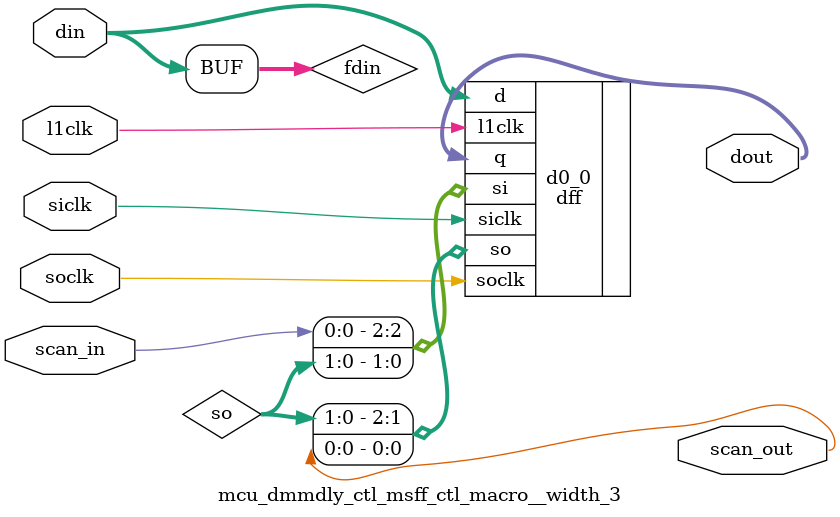
<source format=v>
module mcu_dmmdly_ctl (
  rrd_cnt_is_zero, 
  rtw_cnt_is_zero, 
  wtr_cnt_is_zero, 
  rtr_cnt_is_zero, 
  wtw_cnt_is_zero, 
  dmmdly_4_activate_stall, 
  rrd_reg, 
  rtw_reg, 
  wtr_reg, 
  faw_reg, 
  drif_rd_ras_picked, 
  drif_wr_ras_picked, 
  drif_wrbc_ras_picked, 
  fbdic_sync_frame_req_l, 
  l1clk, 
  scan_in, 
  scan_out, 
  tcu_aclk, 
  tcu_bclk, 
  tcu_scan_en);
wire siclk;
wire soclk;
wire se;
wire drif_ras_picked;
wire [3:0] rrd_cnt_next;
wire [3:0] rrd_cnt;
wire ff_rrd_cnt_scanin;
wire ff_rrd_cnt_scanout;
wire [3:0] rtw_cnt_next;
wire [3:0] rtw_cnt;
wire ff_rtw_cnt_scanin;
wire ff_rtw_cnt_scanout;
wire [3:0] wtr_cnt_next;
wire [3:0] wtr_cnt;
wire ff_wtr_cnt_scanin;
wire ff_wtr_cnt_scanout;
wire rtr_cnt_next;
wire dmmdly_rd_cas_picked;
wire rtr_cnt;
wire ff_rtr_cnt_scanin;
wire ff_rtr_cnt_scanout;
wire [1:0] wtw_cnt_next;
wire dmmdly_wr_cas_picked;
wire dmmdly_wrbc_cas_picked;
wire [1:0] wtw_cnt;
wire ff_wtw_cnt_scanin;
wire ff_wtw_cnt_scanout;
wire drif_activate_cmd;
wire [4:0] faw0_cnt_in;
wire faw0_cnt_is_zero;
wire [4:0] faw0_cnt;
wire ff_faw0_cnt_scanin;
wire ff_faw0_cnt_scanout;
wire [4:0] faw1_cnt_in;
wire faw1_cnt_is_zero;
wire [4:0] faw1_cnt;
wire ff_faw1_cnt_scanin;
wire ff_faw1_cnt_scanout;
wire [4:0] faw2_cnt_in;
wire faw2_cnt_is_zero;
wire [4:0] faw2_cnt;
wire ff_faw2_cnt_scanin;
wire ff_faw2_cnt_scanout;
wire [4:0] faw3_cnt_in;
wire faw3_cnt_is_zero;
wire [4:0] faw3_cnt;
wire ff_faw3_cnt_scanin;
wire ff_faw3_cnt_scanout;
wire ff_cas_picked_scanin;
wire ff_cas_picked_scanout;


output		rrd_cnt_is_zero;
output		rtw_cnt_is_zero;
output		wtr_cnt_is_zero;
output		rtr_cnt_is_zero;
output		wtw_cnt_is_zero;
output		dmmdly_4_activate_stall;

input	[3:0]	rrd_reg;
input	[3:0]	rtw_reg;
input	[3:0]	wtr_reg;
input	[4:0]	faw_reg;

input		drif_rd_ras_picked;
input		drif_wr_ras_picked;
input		drif_wrbc_ras_picked;

input 		fbdic_sync_frame_req_l;

input  		l1clk;
input		scan_in;
output		scan_out;
input 		tcu_aclk;
input		tcu_bclk;
input		tcu_scan_en;

assign siclk = tcu_aclk;
assign soclk = tcu_bclk;
assign se = tcu_scan_en;

assign drif_ras_picked = drif_rd_ras_picked | drif_wr_ras_picked;

// ras to ras (bankA to bankB) delay timer.
assign rrd_cnt_next[3:0] = drif_ras_picked & rrd_cnt_is_zero ? rrd_reg[3:0] - 4'h1 : 
				drif_wrbc_ras_picked & rrd_cnt_is_zero ? rrd_reg[3:0] : 
				(rrd_cnt[3:0] == 4'h0) ? 4'h0 : 
				fbdic_sync_frame_req_l ? rrd_cnt[3:0] - 4'h1 : rrd_cnt[3:0];

mcu_dmmdly_ctl_msff_ctl_macro__width_4	ff_rrd_cnt  (
        .scan_in(ff_rrd_cnt_scanin),
        .scan_out(ff_rrd_cnt_scanout),
        .din(rrd_cnt_next[3:0]),
        .dout(rrd_cnt[3:0]),
        .l1clk(l1clk),
  .siclk(siclk),
  .soclk(soclk));

assign rrd_cnt_is_zero = (rrd_cnt[3:0] == 4'h0);

// read to write cas to cas (bankA to bankA/bankB) delay timer for not clashing read and write data.
// If read is picked during cas assert rtw_cnt to regular cnt + rtw delay.
assign rtw_cnt_next[3:0] = drif_rd_ras_picked ? rtw_reg[3:0] : 
				(rtw_cnt[3:0] == 4'h0) ? 4'h0 : 
				fbdic_sync_frame_req_l ? rtw_cnt[3:0] - 4'h1 : rtw_cnt[3:0];

mcu_dmmdly_ctl_msff_ctl_macro__width_4      ff_rtw_cnt  (
	.scan_in(ff_rtw_cnt_scanin),
	.scan_out(ff_rtw_cnt_scanout),
	.din(rtw_cnt_next[3:0]),
	.dout(rtw_cnt[3:0]),
	.l1clk(l1clk),
  .siclk(siclk),
  .soclk(soclk));

assign rtw_cnt_is_zero = (rtw_cnt[3:0] == 4'h0);

// write to read cas to cas (bankA to bankA/bankB) delay timer for not clashing read and write data.
assign wtr_cnt_next[3:0] = drif_wr_ras_picked ? wtr_reg[3:0] : 
				drif_wrbc_ras_picked ? wtr_reg[3:0] + 4'h1: 
				(wtr_cnt[3:0] == 4'h0) ? 4'h0 : 
				fbdic_sync_frame_req_l ? wtr_cnt[3:0] - 4'h1 : wtr_cnt[3:0];

mcu_dmmdly_ctl_msff_ctl_macro__width_4	ff_wtr_cnt  (
        .scan_in(ff_wtr_cnt_scanin),
        .scan_out(ff_wtr_cnt_scanout),
        .din(wtr_cnt_next[3:0]),
        .dout(wtr_cnt[3:0]),
        .l1clk(l1clk),
  .siclk(siclk),
  .soclk(soclk));

assign wtr_cnt_is_zero = (wtr_cnt[3:0] == 4'h0);

// read to read cas to cas (bankA to bankA/bankB) delay timer for not clashing read data.
assign rtr_cnt_next = dmmdly_rd_cas_picked & fbdic_sync_frame_req_l ? 1'h1 :
                                (rtr_cnt == 1'h0) ? 1'h0 : rtr_cnt - 1'h1;

mcu_dmmdly_ctl_msff_ctl_macro__width_1  ff_rtr_cnt  (
	.scan_in(ff_rtr_cnt_scanin),
	.scan_out(ff_rtr_cnt_scanout),
	.din(rtr_cnt_next),
	.dout(rtr_cnt),
	.l1clk(l1clk),
  .siclk(siclk),
  .soclk(soclk));

assign rtr_cnt_is_zero = (rtr_cnt == 1'h0);

// write to write cas to cas (bankA to bankA/bankB) delay timer for not clashing store data.
assign wtw_cnt_next[1:0] = dmmdly_wr_cas_picked & fbdic_sync_frame_req_l ? 2'h1 :
                                dmmdly_wrbc_cas_picked & fbdic_sync_frame_req_l ? 2'h1 :
                                (wtw_cnt[1:0] == 2'h0) ? 2'h0 : wtw_cnt[1:0] - 2'h1;

mcu_dmmdly_ctl_msff_ctl_macro__width_2  ff_wtw_cnt  (
	.scan_in(ff_wtw_cnt_scanin),
	.scan_out(ff_wtw_cnt_scanout),
	.din(wtw_cnt_next[1:0]),
	.dout(wtw_cnt[1:0]),
	.l1clk(l1clk),
  .siclk(siclk),
  .soclk(soclk));

assign wtw_cnt_is_zero = (wtw_cnt[1:0] == 2'h0);

//////////////////////////////////////////////////////////////////
// Limit number of activates within tFAW to 4
//	Whenever an activate cmd is detected, a counter is started at
//	the tFAW value.  If all four counters are active, then the scheduler
// 	is stalled until one becomes inactive.
//////////////////////////////////////////////////////////////////

assign drif_activate_cmd = drif_rd_ras_picked | drif_wr_ras_picked | drif_wrbc_ras_picked;

assign faw0_cnt_in[4:0] = faw0_cnt_is_zero & drif_activate_cmd & fbdic_sync_frame_req_l ? faw_reg[4:0] - 5'h1 :
			  faw0_cnt_is_zero ? 5'h0 : faw0_cnt[4:0] - 5'h1;

mcu_dmmdly_ctl_msff_ctl_macro__en_0__width_5 ff_faw0_cnt  (
	.scan_in(ff_faw0_cnt_scanin),
	.scan_out(ff_faw0_cnt_scanout),
	.din(faw0_cnt_in[4:0]),
	.dout(faw0_cnt[4:0]),
//	.en(drif_sync_frame_req_l),
	.l1clk(l1clk),
  .siclk(siclk),
  .soclk(soclk));

assign faw0_cnt_is_zero = (faw0_cnt[4:0] == 5'h0);

assign faw1_cnt_in[4:0] = faw1_cnt_is_zero & ~faw0_cnt_is_zero & drif_activate_cmd & fbdic_sync_frame_req_l ? faw_reg[4:0] - 5'h1 :
			  faw1_cnt_is_zero ? 5'h0 : faw1_cnt[4:0] - 5'h1;

mcu_dmmdly_ctl_msff_ctl_macro__en_0__width_5 ff_faw1_cnt  (
	.scan_in(ff_faw1_cnt_scanin),
	.scan_out(ff_faw1_cnt_scanout),
	.din(faw1_cnt_in[4:0]),
	.dout(faw1_cnt[4:0]),
//	.en(drif_sync_frame_req_l),
	.l1clk(l1clk),
  .siclk(siclk),
  .soclk(soclk));

assign faw1_cnt_is_zero = (faw1_cnt[4:0] == 5'h0);

assign faw2_cnt_in[4:0] = faw2_cnt_is_zero & ~faw1_cnt_is_zero & ~faw0_cnt_is_zero & drif_activate_cmd & fbdic_sync_frame_req_l ? faw_reg[4:0] - 5'h1 :
			  faw2_cnt_is_zero ? 5'h0 : faw2_cnt[4:0] - 5'h1;

mcu_dmmdly_ctl_msff_ctl_macro__en_0__width_5 ff_faw2_cnt  (
	.scan_in(ff_faw2_cnt_scanin),
	.scan_out(ff_faw2_cnt_scanout),
	.din(faw2_cnt_in[4:0]),
	.dout(faw2_cnt[4:0]),
//	.en(drif_sync_frame_req_l),
	.l1clk(l1clk),
  .siclk(siclk),
  .soclk(soclk));

assign faw2_cnt_is_zero = (faw2_cnt[4:0] == 5'h0);

assign faw3_cnt_in[4:0] = faw3_cnt_is_zero & ~faw2_cnt_is_zero & ~faw1_cnt_is_zero & ~faw0_cnt_is_zero & drif_activate_cmd & fbdic_sync_frame_req_l ? 
				faw_reg[4:0] - 5'h1 : faw3_cnt_is_zero ? 5'h0 : faw3_cnt[4:0] - 5'h1;

mcu_dmmdly_ctl_msff_ctl_macro__en_0__width_5 ff_faw3_cnt  (
	.scan_in(ff_faw3_cnt_scanin),
	.scan_out(ff_faw3_cnt_scanout),
	.din(faw3_cnt_in[4:0]),
	.dout(faw3_cnt[4:0]),
//	.en(drif_sync_frame_req_l),
	.l1clk(l1clk),
  .siclk(siclk),
  .soclk(soclk));

assign faw3_cnt_is_zero = (faw3_cnt[4:0] == 5'h0);

assign dmmdly_4_activate_stall = ~faw0_cnt_is_zero & ~faw1_cnt_is_zero & ~faw2_cnt_is_zero & ~faw3_cnt_is_zero;

mcu_dmmdly_ctl_msff_ctl_macro__width_3 ff_cas_picked  (
	.scan_in(ff_cas_picked_scanin),
	.scan_out(ff_cas_picked_scanout),
	.din({drif_rd_ras_picked,drif_wr_ras_picked,drif_wrbc_ras_picked}),
	.dout({dmmdly_rd_cas_picked,dmmdly_wr_cas_picked,dmmdly_wrbc_cas_picked}),
	.l1clk(l1clk),
  .siclk(siclk),
  .soclk(soclk));

// fixscan start:
assign ff_rrd_cnt_scanin         = scan_in                  ;
assign ff_rtw_cnt_scanin         = ff_rrd_cnt_scanout       ;
assign ff_wtr_cnt_scanin         = ff_rtw_cnt_scanout       ;
assign ff_rtr_cnt_scanin         = ff_wtr_cnt_scanout       ;
assign ff_wtw_cnt_scanin         = ff_rtr_cnt_scanout       ;
assign ff_faw0_cnt_scanin        = ff_wtw_cnt_scanout       ;
assign ff_faw1_cnt_scanin        = ff_faw0_cnt_scanout      ;
assign ff_faw2_cnt_scanin        = ff_faw1_cnt_scanout      ;
assign ff_faw3_cnt_scanin        = ff_faw2_cnt_scanout      ;
assign ff_cas_picked_scanin      = ff_faw3_cnt_scanout      ;
assign scan_out                  = ff_cas_picked_scanout    ;
// fixscan end:
endmodule






// any PARAMS parms go into naming of macro

module mcu_dmmdly_ctl_msff_ctl_macro__width_4 (
  din, 
  l1clk, 
  scan_in, 
  siclk, 
  soclk, 
  dout, 
  scan_out);
wire [3:0] fdin;
wire [2:0] so;

  input [3:0] din;
  input l1clk;
  input scan_in;


  input siclk;
  input soclk;

  output [3:0] dout;
  output scan_out;
assign fdin[3:0] = din[3:0];






dff #(4)  d0_0 (
.l1clk(l1clk),
.siclk(siclk),
.soclk(soclk),
.d(fdin[3:0]),
.si({scan_in,so[2:0]}),
.so({so[2:0],scan_out}),
.q(dout[3:0])
);












endmodule













// any PARAMS parms go into naming of macro

module mcu_dmmdly_ctl_msff_ctl_macro__width_1 (
  din, 
  l1clk, 
  scan_in, 
  siclk, 
  soclk, 
  dout, 
  scan_out);
wire [0:0] fdin;

  input [0:0] din;
  input l1clk;
  input scan_in;


  input siclk;
  input soclk;

  output [0:0] dout;
  output scan_out;
assign fdin[0:0] = din[0:0];






dff #(1)  d0_0 (
.l1clk(l1clk),
.siclk(siclk),
.soclk(soclk),
.d(fdin[0:0]),
.si(scan_in),
.so(scan_out),
.q(dout[0:0])
);












endmodule













// any PARAMS parms go into naming of macro

module mcu_dmmdly_ctl_msff_ctl_macro__width_2 (
  din, 
  l1clk, 
  scan_in, 
  siclk, 
  soclk, 
  dout, 
  scan_out);
wire [1:0] fdin;
wire [0:0] so;

  input [1:0] din;
  input l1clk;
  input scan_in;


  input siclk;
  input soclk;

  output [1:0] dout;
  output scan_out;
assign fdin[1:0] = din[1:0];






dff #(2)  d0_0 (
.l1clk(l1clk),
.siclk(siclk),
.soclk(soclk),
.d(fdin[1:0]),
.si({scan_in,so[0:0]}),
.so({so[0:0],scan_out}),
.q(dout[1:0])
);












endmodule













// any PARAMS parms go into naming of macro

module mcu_dmmdly_ctl_msff_ctl_macro__en_0__width_5 (
  din, 
  l1clk, 
  scan_in, 
  siclk, 
  soclk, 
  dout, 
  scan_out);
wire [4:0] fdin;
wire [3:0] so;

  input [4:0] din;
  input l1clk;
  input scan_in;


  input siclk;
  input soclk;

  output [4:0] dout;
  output scan_out;
assign fdin[4:0] = din[4:0];






dff #(5)  d0_0 (
.l1clk(l1clk),
.siclk(siclk),
.soclk(soclk),
.d(fdin[4:0]),
.si({scan_in,so[3:0]}),
.so({so[3:0],scan_out}),
.q(dout[4:0])
);












endmodule













// any PARAMS parms go into naming of macro

module mcu_dmmdly_ctl_msff_ctl_macro__width_3 (
  din, 
  l1clk, 
  scan_in, 
  siclk, 
  soclk, 
  dout, 
  scan_out);
wire [2:0] fdin;
wire [1:0] so;

  input [2:0] din;
  input l1clk;
  input scan_in;


  input siclk;
  input soclk;

  output [2:0] dout;
  output scan_out;
assign fdin[2:0] = din[2:0];






dff #(3)  d0_0 (
.l1clk(l1clk),
.siclk(siclk),
.soclk(soclk),
.d(fdin[2:0]),
.si({scan_in,so[1:0]}),
.so({so[1:0],scan_out}),
.q(dout[2:0])
);












endmodule









</source>
